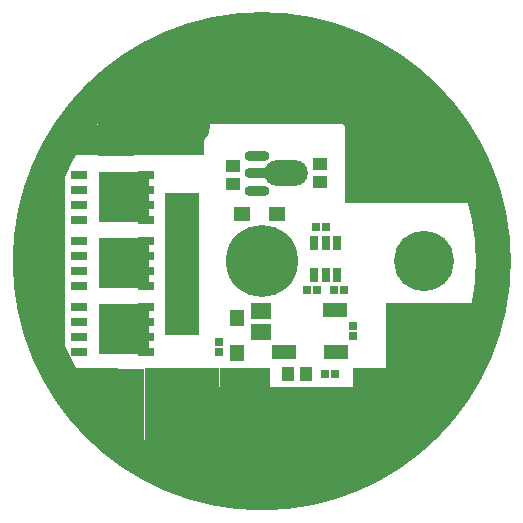
<source format=gbr>
G04 Layer_Color=16711935*
%FSLAX25Y25*%
%MOIN*%
%TF.FileFunction,Soldermask,Bot*%
%TF.Part,Single*%
G01*
G75*
%ADD13C,0.01000*%
%ADD31R,0.16500X0.17000*%
%TA.AperFunction,ConnectorPad*%
%ADD37C,0.20079*%
%ADD44C,0.11811*%
%ADD45R,0.30000X0.25500*%
%ADD46R,0.06500X0.59000*%
%ADD47R,0.17000X0.12500*%
%ADD48R,0.20000X0.11000*%
%ADD49R,0.27500X0.12000*%
%ADD50R,0.34500X0.14000*%
%ADD51R,0.44500X0.33000*%
%ADD52R,0.20000X0.14500*%
%ADD53R,0.14500X0.12000*%
%ADD54R,0.31500X0.37000*%
%ADD55R,0.57000X0.14500*%
%ADD56R,0.03000X0.04000*%
%ADD57R,0.67500X0.17500*%
%ADD58R,0.10000X0.10500*%
%ADD59R,0.15000X0.12000*%
%ADD60R,0.08500X0.27500*%
%ADD61R,0.25000X0.36000*%
%ADD62R,0.08500X0.10000*%
%ADD63R,0.12000X0.22500*%
%ADD64R,0.23500X0.35000*%
%ADD65R,0.11811X0.47244*%
%TA.AperFunction,SMDPad*%
%ADD66R,0.05328X0.02572*%
%TA.AperFunction,SMDPad*%
%ADD67R,0.02762X0.02959*%
%TA.AperFunction,SMDPad*%
%ADD68R,0.02959X0.02762*%
%TA.AperFunction,SMDPad*%
%ADD69R,0.03162X0.04737*%
%TA.AperFunction,SMDPad*%
%ADD70R,0.04658X0.04461*%
%TA.AperFunction,SMDPad*%
%ADD71O,0.14579X0.08674*%
%TA.AperFunction,SMDPad*%
%ADD72O,0.09068X0.03556*%
%TA.AperFunction,SMDPad*%
%ADD73O,0.08280X0.03556*%
%TA.AperFunction,SMDPad*%
%ADD74R,0.04737X0.05721*%
%TA.AperFunction,SMDPad*%
%ADD75R,0.06587X0.05367*%
%TA.AperFunction,SMDPad*%
%ADD76R,0.05721X0.04737*%
%TA.AperFunction,SMDPad*%
%ADD77R,0.04461X0.04658*%
%TA.AperFunction,SMDPad*%
%ADD78R,0.07887X0.04737*%
%TA.AperFunction,SMDPad*%
%ADD79R,0.07886X0.04737*%
%TA.AperFunction,ConnectorPad*%
%ADD80C,0.24016*%
D13*
X421000Y440000D02*
G03*
X417379Y441500I-3621J-3621D01*
G01*
X422000Y437586D02*
G03*
X421000Y440000I-3414J0D01*
G01*
X422000Y417414D02*
G03*
X423000Y415000I3414J0D01*
G01*
X422000Y417414D02*
Y437586D01*
D31*
X347750Y371000D02*
D03*
Y415000D02*
D03*
Y393000D02*
D03*
D37*
X447736Y393701D02*
D03*
X366683Y346905D02*
D03*
X366683Y440497D02*
D03*
D44*
X470902Y393701D02*
G03*
X470902Y393701I-77201J0D01*
G01*
D45*
X450000Y367250D02*
D03*
D46*
X324750Y394000D02*
D03*
D47*
X388000Y351750D02*
D03*
D48*
X426500Y333500D02*
D03*
D49*
X432750Y341500D02*
D03*
D50*
X441250Y351000D02*
D03*
D51*
X401750Y335500D02*
D03*
D52*
X452500Y430750D02*
D03*
D53*
X456250Y419000D02*
D03*
D54*
X437250Y431500D02*
D03*
D55*
X402500Y460250D02*
D03*
D56*
X433000Y448500D02*
D03*
D57*
X407750Y448250D02*
D03*
D58*
X343500Y343750D02*
D03*
D59*
X338500Y352000D02*
D03*
D60*
X350250Y344250D02*
D03*
D61*
X367000Y340000D02*
D03*
D62*
X335750Y434000D02*
D03*
D63*
X345000Y440250D02*
D03*
D64*
X362750Y446500D02*
D03*
D65*
X367094Y392878D02*
D03*
D66*
X332740Y363500D02*
D03*
Y368500D02*
D03*
Y373500D02*
D03*
Y378500D02*
D03*
X355260Y363500D02*
D03*
Y368500D02*
D03*
Y373500D02*
D03*
Y378500D02*
D03*
X332740Y407500D02*
D03*
Y412500D02*
D03*
Y417500D02*
D03*
Y422500D02*
D03*
X355260Y407500D02*
D03*
Y412500D02*
D03*
Y417500D02*
D03*
Y422500D02*
D03*
X332740Y385500D02*
D03*
Y390500D02*
D03*
Y395500D02*
D03*
Y400500D02*
D03*
X355260Y385500D02*
D03*
Y390500D02*
D03*
Y395500D02*
D03*
Y400500D02*
D03*
D67*
X411827Y405000D02*
D03*
X415173D02*
D03*
X408827Y384000D02*
D03*
X412173D02*
D03*
X417827D02*
D03*
X421173D02*
D03*
X418173Y356000D02*
D03*
X414827D02*
D03*
D68*
X424000Y368827D02*
D03*
Y372173D02*
D03*
X379500Y363327D02*
D03*
Y366673D02*
D03*
D69*
X418740Y399913D02*
D03*
X415000D02*
D03*
X411260D02*
D03*
Y389087D02*
D03*
X415000D02*
D03*
X418740D02*
D03*
D70*
X413000Y419969D02*
D03*
Y426031D02*
D03*
X384000Y419468D02*
D03*
Y425531D02*
D03*
D71*
X401842Y423000D02*
D03*
D72*
X392394D02*
D03*
D73*
X392000Y428905D02*
D03*
Y417095D02*
D03*
D74*
X385500Y374807D02*
D03*
Y363193D02*
D03*
D75*
X393500Y377004D02*
D03*
Y369996D02*
D03*
D76*
X398807Y409500D02*
D03*
X387193D02*
D03*
D77*
X408532Y356000D02*
D03*
X402468D02*
D03*
D78*
X417969Y377588D02*
D03*
D79*
X418359Y363411D02*
D03*
X401027D02*
D03*
D80*
X393701Y393701D02*
D03*
%TF.MD5,4CBA637C5DB0DFEFBA13F6CFB9F68CEF*%
M02*

</source>
